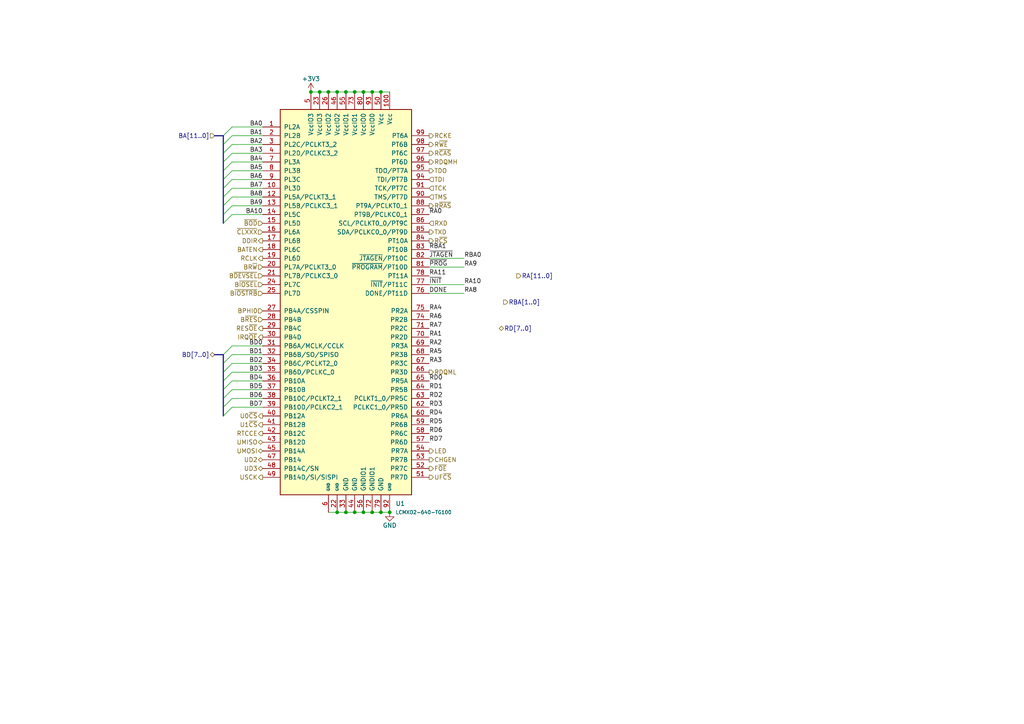
<source format=kicad_sch>
(kicad_sch (version 20230121) (generator eeschema)
  (paper "A4")
  (lib_symbols
    (symbol "GW_PLD:LCMXO2-640-TG100" (pin_names (offset 1.016))
      (property "Reference" "U" (at 0 1.27 0))
      (property "Value" "LCMXO2-640-TG100" (at 0 0 0))
      (symbol "LCMXO2-640-TG100_1_1"
        (rectangle (start -19.05 55.88) (end 19.05 -55.88) (stroke (width 0.254)) (fill (type background)))
        (pin bidirectional line (at -24.13 50.8 0) (length 5.08) (name "PL2A") (number "1"))
        (pin bidirectional line (at -24.13 33.02 0) (length 5.08) (name "PL3D") (number "10"))
        (pin power_in line (at 12.7 60.96 270) (length 5.08) (name "Vcc") (number "100"))
        (pin bidirectional line (at -24.13 30.48 0) (length 5.08) (name "PL5A/PCLKT3_1") (number "12"))
        (pin bidirectional line (at -24.13 27.94 0) (length 5.08) (name "PL5B/PCLKC3_1") (number "13"))
        (pin bidirectional line (at -24.13 25.4 0) (length 5.08) (name "PL5C") (number "14"))
        (pin bidirectional line (at -24.13 22.86 0) (length 5.08) (name "PL5D") (number "15"))
        (pin bidirectional line (at -24.13 20.32 0) (length 5.08) (name "PL6A") (number "16"))
        (pin bidirectional line (at -24.13 17.78 0) (length 5.08) (name "PL6B") (number "17"))
        (pin bidirectional line (at -24.13 15.24 0) (length 5.08) (name "PL6C") (number "18"))
        (pin bidirectional line (at -24.13 12.7 0) (length 5.08) (name "PL6D") (number "19"))
        (pin bidirectional line (at -24.13 48.26 0) (length 5.08) (name "PL2B") (number "2"))
        (pin bidirectional line (at -24.13 10.16 0) (length 5.08) (name "PL7A/PCLKT3_0") (number "20"))
        (pin bidirectional line (at -24.13 7.62 0) (length 5.08) (name "PL7B/PCLKC3_0") (number "21"))
        (pin power_in line (at -2.54 -60.96 90) (length 5.08) (name "GND") (number "22"))
        (pin power_in line (at -7.62 60.96 270) (length 5.08) (name "VccIO3") (number "23"))
        (pin bidirectional line (at -24.13 5.08 0) (length 5.08) (name "PL7C") (number "24"))
        (pin bidirectional line (at -24.13 2.54 0) (length 5.08) (name "PL7D") (number "25"))
        (pin power_in line (at -5.08 60.96 270) (length 5.08) (name "VccIO2") (number "26"))
        (pin bidirectional line (at -24.13 -2.54 0) (length 5.08) (name "PB4A/CSSPIN") (number "27"))
        (pin bidirectional line (at -24.13 -5.08 0) (length 5.08) (name "PB4B") (number "28"))
        (pin bidirectional line (at -24.13 -7.62 0) (length 5.08) (name "PB4C") (number "29"))
        (pin bidirectional line (at -24.13 45.72 0) (length 5.08) (name "PL2C/PCLKT3_2") (number "3"))
        (pin bidirectional line (at -24.13 -10.16 0) (length 5.08) (name "PB4D") (number "30"))
        (pin bidirectional line (at -24.13 -12.7 0) (length 5.08) (name "PB6A/MCLK/CCLK") (number "31"))
        (pin bidirectional line (at -24.13 -15.24 0) (length 5.08) (name "PB6B/SO/SPISO") (number "32"))
        (pin power_in line (at 0 -60.96 90) (length 5.08) (name "GND") (number "33"))
        (pin bidirectional line (at -24.13 -17.78 0) (length 5.08) (name "PB6C/PCLKT2_0") (number "34"))
        (pin bidirectional line (at -24.13 -20.32 0) (length 5.08) (name "PB6D/PCLKC_0") (number "35"))
        (pin bidirectional line (at -24.13 -22.86 0) (length 5.08) (name "PB10A") (number "36"))
        (pin bidirectional line (at -24.13 -25.4 0) (length 5.08) (name "PB10B") (number "37"))
        (pin bidirectional line (at -24.13 -27.94 0) (length 5.08) (name "PB10C/PCLKT2_1") (number "38"))
        (pin bidirectional line (at -24.13 -30.48 0) (length 5.08) (name "PB10D/PCLKC2_1") (number "39"))
        (pin bidirectional line (at -24.13 43.18 0) (length 5.08) (name "PL2D/PCLKC3_2") (number "4"))
        (pin bidirectional line (at -24.13 -33.02 0) (length 5.08) (name "PB12A") (number "40"))
        (pin bidirectional line (at -24.13 -35.56 0) (length 5.08) (name "PB12B") (number "41"))
        (pin bidirectional line (at -24.13 -38.1 0) (length 5.08) (name "PB12C") (number "42"))
        (pin bidirectional line (at -24.13 -40.64 0) (length 5.08) (name "PB12D") (number "43"))
        (pin power_in line (at 2.54 -60.96 90) (length 5.08) (name "GND") (number "44"))
        (pin bidirectional line (at -24.13 -43.18 0) (length 5.08) (name "PB14A") (number "45"))
        (pin power_in line (at -2.54 60.96 270) (length 5.08) (name "VccIO2") (number "46"))
        (pin bidirectional line (at -24.13 -45.72 0) (length 5.08) (name "PB14") (number "47"))
        (pin bidirectional line (at -24.13 -48.26 0) (length 5.08) (name "PB14C/SN") (number "48"))
        (pin bidirectional line (at -24.13 -50.8 0) (length 5.08) (name "PB14D/SI/SISPI") (number "49"))
        (pin power_in line (at -10.16 60.96 270) (length 5.08) (name "VccIO3") (number "5"))
        (pin power_in line (at 10.16 60.96 270) (length 5.08) (name "Vcc") (number "50"))
        (pin bidirectional line (at 24.13 -50.8 180) (length 5.08) (name "PR7D") (number "51"))
        (pin bidirectional line (at 24.13 -48.26 180) (length 5.08) (name "PR7C") (number "52"))
        (pin bidirectional line (at 24.13 -45.72 180) (length 5.08) (name "PR7B") (number "53"))
        (pin bidirectional line (at 24.13 -43.18 180) (length 5.08) (name "PR7A") (number "54"))
        (pin power_in line (at 0 60.96 270) (length 5.08) (name "VccIO1") (number "55"))
        (pin power_in line (at 5.08 -60.96 90) (length 5.08) (name "GNDIO1") (number "56"))
        (pin bidirectional line (at 24.13 -40.64 180) (length 5.08) (name "PR6D") (number "57"))
        (pin bidirectional line (at 24.13 -38.1 180) (length 5.08) (name "PR6C") (number "58"))
        (pin bidirectional line (at 24.13 -35.56 180) (length 5.08) (name "PR6B") (number "59"))
        (pin power_in line (at -5.08 -60.96 90) (length 5.08) (name "GND") (number "6"))
        (pin bidirectional line (at 24.13 -33.02 180) (length 5.08) (name "PR6A") (number "60"))
        (pin bidirectional line (at 24.13 -30.48 180) (length 5.08) (name "PCLKC1_0/PR5D") (number "62"))
        (pin bidirectional line (at 24.13 -27.94 180) (length 5.08) (name "PCLKT1_0/PR5C") (number "63"))
        (pin bidirectional line (at 24.13 -25.4 180) (length 5.08) (name "PR5B") (number "64"))
        (pin bidirectional line (at 24.13 -22.86 180) (length 5.08) (name "PR5A") (number "65"))
        (pin bidirectional line (at 24.13 -20.32 180) (length 5.08) (name "PR3D") (number "66"))
        (pin bidirectional line (at 24.13 -17.78 180) (length 5.08) (name "PR3C") (number "67"))
        (pin bidirectional line (at 24.13 -15.24 180) (length 5.08) (name "PR3B") (number "68"))
        (pin bidirectional line (at 24.13 -12.7 180) (length 5.08) (name "PR3A") (number "69"))
        (pin bidirectional line (at -24.13 40.64 0) (length 5.08) (name "PL3A") (number "7"))
        (pin bidirectional line (at 24.13 -10.16 180) (length 5.08) (name "PR2D") (number "70"))
        (pin bidirectional line (at 24.13 -7.62 180) (length 5.08) (name "PR2C") (number "71"))
        (pin power_in line (at 7.62 -60.96 90) (length 5.08) (name "GNDIO1") (number "72"))
        (pin power_in line (at 2.54 60.96 270) (length 5.08) (name "VccIO1") (number "73"))
        (pin bidirectional line (at 24.13 -5.08 180) (length 5.08) (name "PR2B") (number "74"))
        (pin bidirectional line (at 24.13 -2.54 180) (length 5.08) (name "PR2A") (number "75"))
        (pin bidirectional line (at 24.13 2.54 180) (length 5.08) (name "DONE/PT11D") (number "76"))
        (pin bidirectional line (at 24.13 5.08 180) (length 5.08) (name "~{INIT}/PT11C") (number "77"))
        (pin bidirectional line (at 24.13 7.62 180) (length 5.08) (name "PT11A") (number "78"))
        (pin power_in line (at 10.16 -60.96 90) (length 5.08) (name "GND") (number "79"))
        (pin bidirectional line (at -24.13 38.1 0) (length 5.08) (name "PL3B") (number "8"))
        (pin power_in line (at 5.08 60.96 270) (length 5.08) (name "VccIO0") (number "80"))
        (pin bidirectional line (at 24.13 10.16 180) (length 5.08) (name "~{PROGRAM}/PT10D") (number "81"))
        (pin bidirectional line (at 24.13 12.7 180) (length 5.08) (name "~{JTAGEN}/PT10C") (number "82"))
        (pin bidirectional line (at 24.13 15.24 180) (length 5.08) (name "PT10B") (number "83"))
        (pin bidirectional line (at 24.13 17.78 180) (length 5.08) (name "PT10A") (number "84"))
        (pin bidirectional line (at 24.13 20.32 180) (length 5.08) (name "SDA/PCLKC0_0/PT9D") (number "85"))
        (pin bidirectional line (at 24.13 22.86 180) (length 5.08) (name "SCL/PCLKT0_0/PT9C") (number "86"))
        (pin bidirectional line (at 24.13 25.4 180) (length 5.08) (name "PT9B/PCLKC0_1") (number "87"))
        (pin bidirectional line (at 24.13 27.94 180) (length 5.08) (name "PT9A/PCLKT0_1") (number "88"))
        (pin bidirectional line (at -24.13 35.56 0) (length 5.08) (name "PL3C") (number "9"))
        (pin bidirectional line (at 24.13 30.48 180) (length 5.08) (name "TMS/PT7D") (number "90"))
        (pin bidirectional line (at 24.13 33.02 180) (length 5.08) (name "TCK/PT7C") (number "91"))
        (pin power_in line (at 12.7 -60.96 90) (length 5.08) (name "GND") (number "92"))
        (pin power_in line (at 7.62 60.96 270) (length 5.08) (name "VccIO0") (number "93"))
        (pin bidirectional line (at 24.13 35.56 180) (length 5.08) (name "TDI/PT7B") (number "94"))
        (pin bidirectional line (at 24.13 38.1 180) (length 5.08) (name "TDO/PT7A") (number "95"))
        (pin bidirectional line (at 24.13 40.64 180) (length 5.08) (name "PT6D") (number "96"))
        (pin bidirectional line (at 24.13 43.18 180) (length 5.08) (name "PT6C") (number "97"))
        (pin bidirectional line (at 24.13 45.72 180) (length 5.08) (name "PT6B") (number "98"))
        (pin bidirectional line (at 24.13 48.26 180) (length 5.08) (name "PT6A") (number "99"))
      )
    )
    (symbol "power:+3V3" (power) (pin_names (offset 0))
      (property "Value" "+3V3" (at 0 3.556 0))
      (symbol "+3V3_0_1"
        (polyline (pts (xy -0.762 1.27) (xy 0 2.54)))
        (polyline (pts (xy 0 0) (xy 0 2.54)))
        (polyline (pts (xy 0 2.54) (xy 0.762 1.27)))
      )
      (symbol "+3V3_1_1"
        (pin power_in line (at 0 0 90) (length 0) hide (name "+3V3") (number "1"))
      )
    )
    (symbol "power:GND" (power) (pin_names (offset 0))
      (property "Value" "GND" (at 0 -3.81 0))
      (symbol "GND_0_1"
        (polyline (pts (xy 0 0) (xy 0 -1.27) (xy 1.27 -1.27) (xy 0 -2.54) (xy -1.27 -1.27) (xy 0 -1.27)))
      )
      (symbol "GND_1_1"
        (pin power_in line (at 0 0 270) (length 0) hide (name "GND") (number "1"))
      )
    )
  )
  (junction (at 100.33 26.67))
  (junction (at 102.87 26.67))
  (junction (at 110.49 148.59))
  (junction (at 113.03 148.59))
  (junction (at 97.79 26.67))
  (junction (at 102.87 148.59))
  (junction (at 95.25 26.67))
  (junction (at 90.17 26.67))
  (junction (at 105.41 148.59))
  (junction (at 107.95 26.67))
  (junction (at 100.33 148.59))
  (junction (at 97.79 148.59))
  (junction (at 105.41 26.67))
  (junction (at 110.49 26.67))
  (junction (at 92.71 26.67))
  (junction (at 107.95 148.59))
  (bus_entry (at 67.31 115.57) (size -2.54 2.54))
  (bus_entry (at 67.31 57.15) (size -2.54 2.54))
  (bus_entry (at 67.31 41.91) (size -2.54 2.54))
  (bus_entry (at 67.31 49.53) (size -2.54 2.54))
  (bus_entry (at 67.31 62.23) (size -2.54 2.54))
  (bus_entry (at 67.31 102.87) (size -2.54 2.54))
  (bus_entry (at 67.31 54.61) (size -2.54 2.54))
  (bus_entry (at 67.31 110.49) (size -2.54 2.54))
  (bus_entry (at 67.31 105.41) (size -2.54 2.54))
  (bus_entry (at 67.31 52.07) (size -2.54 2.54))
  (bus_entry (at 67.31 118.11) (size -2.54 2.54))
  (bus_entry (at 67.31 39.37) (size -2.54 2.54))
  (bus_entry (at 67.31 44.45) (size -2.54 2.54))
  (bus_entry (at 67.31 59.69) (size -2.54 2.54))
  (bus_entry (at 67.31 107.95) (size -2.54 2.54))
  (bus_entry (at 67.31 46.99) (size -2.54 2.54))
  (bus_entry (at 67.31 100.33) (size -2.54 2.54))
  (bus_entry (at 67.31 113.03) (size -2.54 2.54))
  (bus_entry (at 67.31 36.83) (size -2.54 2.54))
  (wire (pts (xy 67.31 102.87) (xy 76.2 102.87)))
  (bus (pts (xy 64.77 41.91) (xy 64.77 44.45)))
  (bus (pts (xy 64.77 39.37) (xy 64.77 41.91)))
  (wire (pts (xy 110.49 26.67) (xy 113.03 26.67)))
  (wire (pts (xy 67.31 59.69) (xy 76.2 59.69)))
  (wire (pts (xy 67.31 46.99) (xy 76.2 46.99)))
  (wire (pts (xy 67.31 49.53) (xy 76.2 49.53)))
  (wire (pts (xy 105.41 26.67) (xy 107.95 26.67)))
  (wire (pts (xy 110.49 148.59) (xy 113.03 148.59)))
  (bus (pts (xy 64.77 46.99) (xy 64.77 49.53)))
  (wire (pts (xy 67.31 52.07) (xy 76.2 52.07)))
  (wire (pts (xy 67.31 36.83) (xy 76.2 36.83)))
  (wire (pts (xy 97.79 26.67) (xy 100.33 26.67)))
  (wire (pts (xy 107.95 148.59) (xy 110.49 148.59)))
  (bus (pts (xy 64.77 44.45) (xy 64.77 46.99)))
  (wire (pts (xy 67.31 41.91) (xy 76.2 41.91)))
  (bus (pts (xy 64.77 118.11) (xy 64.77 120.65)))
  (bus (pts (xy 64.77 105.41) (xy 64.77 107.95)))
  (wire (pts (xy 134.62 85.09) (xy 124.46 85.09)))
  (wire (pts (xy 67.31 107.95) (xy 76.2 107.95)))
  (bus (pts (xy 64.77 52.07) (xy 64.77 54.61)))
  (bus (pts (xy 64.77 54.61) (xy 64.77 57.15)))
  (wire (pts (xy 95.25 148.59) (xy 97.79 148.59)))
  (wire (pts (xy 95.25 26.67) (xy 97.79 26.67)))
  (bus (pts (xy 64.77 59.69) (xy 64.77 62.23)))
  (wire (pts (xy 97.79 148.59) (xy 100.33 148.59)))
  (wire (pts (xy 90.17 26.67) (xy 92.71 26.67)))
  (bus (pts (xy 64.77 102.87) (xy 64.77 105.41)))
  (wire (pts (xy 67.31 113.03) (xy 76.2 113.03)))
  (wire (pts (xy 67.31 44.45) (xy 76.2 44.45)))
  (wire (pts (xy 102.87 148.59) (xy 105.41 148.59)))
  (wire (pts (xy 67.31 57.15) (xy 76.2 57.15)))
  (wire (pts (xy 134.62 82.55) (xy 124.46 82.55)))
  (wire (pts (xy 134.62 77.47) (xy 124.46 77.47)))
  (bus (pts (xy 64.77 110.49) (xy 64.77 113.03)))
  (wire (pts (xy 67.31 54.61) (xy 76.2 54.61)))
  (wire (pts (xy 67.31 39.37) (xy 76.2 39.37)))
  (bus (pts (xy 64.77 57.15) (xy 64.77 59.69)))
  (wire (pts (xy 67.31 115.57) (xy 76.2 115.57)))
  (bus (pts (xy 62.23 102.87) (xy 64.77 102.87)))
  (bus (pts (xy 62.23 39.37) (xy 64.77 39.37)))
  (wire (pts (xy 67.31 118.11) (xy 76.2 118.11)))
  (wire (pts (xy 134.62 74.93) (xy 124.46 74.93)))
  (bus (pts (xy 64.77 115.57) (xy 64.77 118.11)))
  (wire (pts (xy 67.31 62.23) (xy 76.2 62.23)))
  (wire (pts (xy 100.33 148.59) (xy 102.87 148.59)))
  (bus (pts (xy 64.77 62.23) (xy 64.77 64.77)))
  (bus (pts (xy 64.77 107.95) (xy 64.77 110.49)))
  (bus (pts (xy 64.77 113.03) (xy 64.77 115.57)))
  (wire (pts (xy 92.71 26.67) (xy 95.25 26.67)))
  (wire (pts (xy 107.95 26.67) (xy 110.49 26.67)))
  (wire (pts (xy 67.31 105.41) (xy 76.2 105.41)))
  (wire (pts (xy 100.33 26.67) (xy 102.87 26.67)))
  (wire (pts (xy 102.87 26.67) (xy 105.41 26.67)))
  (wire (pts (xy 67.31 100.33) (xy 76.2 100.33)))
  (wire (pts (xy 67.31 110.49) (xy 76.2 110.49)))
  (wire (pts (xy 105.41 148.59) (xy 107.95 148.59)))
  (bus (pts (xy 64.77 49.53) (xy 64.77 52.07)))
  (label "RA10" (at 134.62 82.55 0))
  (label "RA3" (at 124.46 105.41 0))
  (label "RA11" (at 124.46 80.01 0))
  (label "RD4" (at 124.46 120.65 0))
  (label "BA0" (at 76.2 36.83 180))
  (label "BD6" (at 76.2 115.57 180))
  (label "BA3" (at 76.2 44.45 180))
  (label "RA7" (at 124.46 95.25 0))
  (label "BA4" (at 76.2 46.99 180))
  (label "RD6" (at 124.46 125.73 0))
  (label "RD0" (at 124.46 110.49 0))
  (label "BA7" (at 76.2 54.61 180))
  (label "BA6" (at 76.2 52.07 180))
  (label "RA1" (at 124.46 97.79 0))
  (label "RD7" (at 124.46 128.27 0))
  (label "RA0" (at 124.46 62.23 0))
  (label "~{INIT}" (at 124.46 82.55 0))
  (label "BD5" (at 76.2 113.03 180))
  (label "DONE" (at 124.46 85.09 0))
  (label "RBA0" (at 134.62 74.93 0))
  (label "BA2" (at 76.2 41.91 180))
  (label "BA5" (at 76.2 49.53 180))
  (label "BD7" (at 76.2 118.11 180))
  (label "BD3" (at 76.2 107.95 180))
  (label "RA4" (at 124.46 90.17 0))
  (label "RA9" (at 134.62 77.47 0))
  (label "BA9" (at 76.2 59.69 180))
  (label "RA5" (at 124.46 102.87 0))
  (label "RD3" (at 124.46 118.11 0))
  (label "RD5" (at 124.46 123.19 0))
  (label "RA2" (at 124.46 100.33 0))
  (label "RA6" (at 124.46 92.71 0))
  (label "RD1" (at 124.46 113.03 0))
  (label "RD2" (at 124.46 115.57 0))
  (label "RBA1" (at 124.46 72.39 0))
  (label "RA8" (at 134.62 85.09 0))
  (label "BA8" (at 76.2 57.15 180))
  (label "BD4" (at 76.2 110.49 180))
  (label "~{PROG}" (at 124.46 77.47 0))
  (label "BA1" (at 76.2 39.37 180))
  (label "BD1" (at 76.2 102.87 180))
  (label "BA10" (at 76.2 62.23 180))
  (label "BD0" (at 76.2 100.33 180))
  (label "BD2" (at 76.2 105.41 180))
  (label "~{JTAGEN}" (at 124.46 74.93 0))
  (hierarchical_label "TDI" (shape input) (at 124.46 52.07 0))
  (hierarchical_label "U1~{CS}" (shape output) (at 76.2 123.19 180))
  (hierarchical_label "RES~{OE}" (shape output) (at 76.2 95.25 180))
  (hierarchical_label "B~{DEVSEL}" (shape input) (at 76.2 80.01 180))
  (hierarchical_label "TMS" (shape input) (at 124.46 57.15 0))
  (hierarchical_label "R~{CAS}" (shape output) (at 124.46 44.45 0))
  (hierarchical_label "U0~{CS}" (shape output) (at 76.2 120.65 180))
  (hierarchical_label "UMISO" (shape bidirectional) (at 76.2 128.27 180))
  (hierarchical_label "RCLK" (shape output) (at 76.2 74.93 180))
  (hierarchical_label "RBA[1..0]" (shape output) (at 146.05 87.63 0))
  (hierarchical_label "TCK" (shape input) (at 124.46 54.61 0))
  (hierarchical_label "RTCCE" (shape output) (at 76.2 125.73 180))
  (hierarchical_label "R~{RAS}" (shape output) (at 124.46 59.69 0))
  (hierarchical_label "B~{IOSEL}" (shape input) (at 76.2 82.55 180))
  (hierarchical_label "BD[7..0]" (shape bidirectional) (at 62.23 102.87 180))
  (hierarchical_label "F~{OE}" (shape output) (at 124.46 135.89 0))
  (hierarchical_label "RA[11..0]" (shape output) (at 149.86 80.01 0))
  (hierarchical_label "TDO" (shape output) (at 124.46 49.53 0))
  (hierarchical_label "USCK" (shape output) (at 76.2 138.43 180))
  (hierarchical_label "RD[7..0]" (shape bidirectional) (at 144.78 95.25 0))
  (hierarchical_label "RXD" (shape input) (at 124.46 64.77 0))
  (hierarchical_label "CHGEN" (shape output) (at 124.46 133.35 0))
  (hierarchical_label "B~{RES}" (shape input) (at 76.2 92.71 180))
  (hierarchical_label "R~{WE}" (shape output) (at 124.46 41.91 0))
  (hierarchical_label "BA[11..0]" (shape input) (at 62.23 39.37 180))
  (hierarchical_label "UF~{CS}" (shape output) (at 124.46 138.43 0))
  (hierarchical_label "UD2" (shape bidirectional) (at 76.2 133.35 180))
  (hierarchical_label "~{CLXXX}" (shape input) (at 76.2 67.31 180))
  (hierarchical_label "RDQML" (shape output) (at 124.46 107.95 0))
  (hierarchical_label "BPHI0" (shape input) (at 76.2 90.17 180))
  (hierarchical_label "IRQ~{OE}" (shape output) (at 76.2 97.79 180))
  (hierarchical_label "~{BOD}" (shape input) (at 76.2 64.77 180))
  (hierarchical_label "DDIR" (shape output) (at 76.2 69.85 180))
  (hierarchical_label "UD3" (shape bidirectional) (at 76.2 135.89 180))
  (hierarchical_label "RCKE" (shape output) (at 124.46 39.37 0))
  (hierarchical_label "BR~{W}" (shape input) (at 76.2 77.47 180))
  (hierarchical_label "RDQMH" (shape output) (at 124.46 46.99 0))
  (hierarchical_label "BATEN" (shape output) (at 76.2 72.39 180))
  (hierarchical_label "B~{IOSTRB}" (shape input) (at 76.2 85.09 180))
  (hierarchical_label "R~{CS}" (shape output) (at 124.46 69.85 0))
  (hierarchical_label "TXD" (shape output) (at 124.46 67.31 0))
  (hierarchical_label "UMOSI" (shape bidirectional) (at 76.2 130.81 180))
  (hierarchical_label "LED" (shape output) (at 124.46 130.81 0))
  (symbol (lib_id "power:+3V3") (at 90.17 26.67 0) (unit 1)
    (property "Reference" "#PWR0137" (effects hide))
    (property "Value" "+3V3" (at 90.17 22.86 0))
    (instances (project "GR8RAM" (path "" (reference "#PWR0137") (unit 1)) (path "" (reference "#PWR081") (unit 1))))
  )
  (symbol (lib_id "power:GND") (at 113.03 148.59 0) (unit 1)
    (property "Reference" "#PWR0130" (effects hide))
    (property "Value" "GND" (at 113.03 152.4 0))
    (instances (project "GR8RAM" (path "" (reference "#PWR0130") (unit 1)) (path "" (reference "#PWR046") (unit 1))))
  )
  (symbol (lib_id "GW_PLD:LCMXO2-640-TG100") (at 100.33 87.63 0) (unit 1)
    (property "Reference" "U1" (at 114.7319 146.05 0) (effects (justify left)))
    (property "Value" "LCMXO2-640-TG100" (at 114.7319 148.59 0) (effects (font (size 1.016 1.016)) (justify left)))
    (property "Footprint" "stdpads:TQFP-100" (effects hide))
  )
)
</source>
